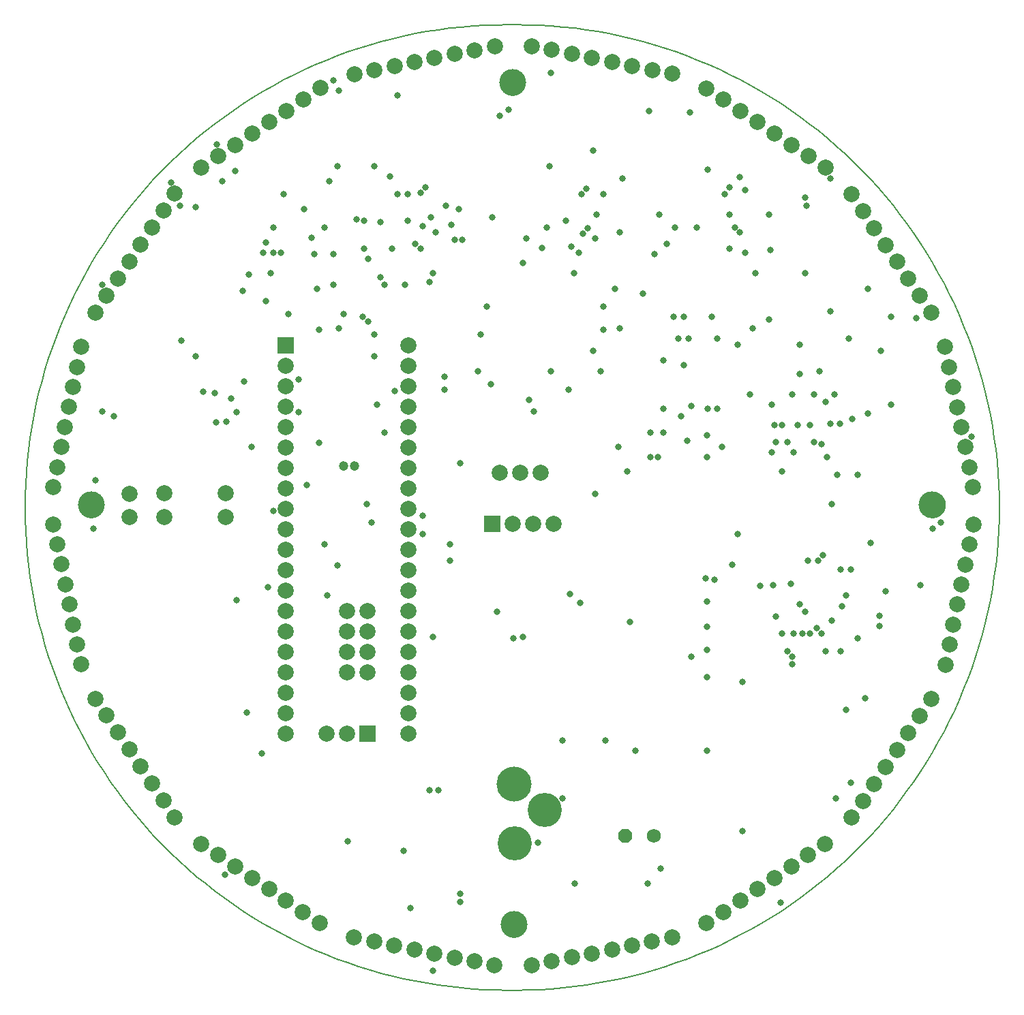
<source format=gbs>
G75*
%MOIN*%
%OFA0B0*%
%FSLAX25Y25*%
%IPPOS*%
%LPD*%
%AMOC8*
5,1,8,0,0,1.08239X$1,22.5*
%
%ADD10C,0.00600*%
%ADD11C,0.00000*%
%ADD12C,0.13098*%
%ADD13C,0.07900*%
%ADD14R,0.07900X0.07900*%
%ADD15C,0.04700*%
%ADD16OC8,0.06800*%
%ADD17C,0.06800*%
%ADD18C,0.17098*%
%ADD19C,0.16700*%
%ADD20C,0.03200*%
D10*
X0237520Y0001300D02*
X0241457Y0001300D01*
X0477677Y0237520D02*
X0477608Y0243228D01*
X0477401Y0248933D01*
X0477056Y0254631D01*
X0476574Y0260319D01*
X0475955Y0265993D01*
X0475198Y0271651D01*
X0474305Y0277289D01*
X0473276Y0282904D01*
X0472112Y0288493D01*
X0470813Y0294051D01*
X0469380Y0299577D01*
X0467814Y0305066D01*
X0466116Y0310516D01*
X0464286Y0315923D01*
X0462327Y0321285D01*
X0460238Y0326597D01*
X0458022Y0331858D01*
X0455679Y0337063D01*
X0453211Y0342211D01*
X0450619Y0347297D01*
X0447906Y0352319D01*
X0445071Y0357274D01*
X0442118Y0362159D01*
X0439048Y0366972D01*
X0435862Y0371708D01*
X0432563Y0376367D01*
X0429152Y0380944D01*
X0425632Y0385437D01*
X0422004Y0389845D01*
X0418270Y0394163D01*
X0414434Y0398390D01*
X0410496Y0402522D01*
X0406459Y0406559D01*
X0402327Y0410497D01*
X0398100Y0414333D01*
X0393782Y0418067D01*
X0389374Y0421695D01*
X0384881Y0425215D01*
X0380304Y0428626D01*
X0375645Y0431925D01*
X0370909Y0435111D01*
X0366096Y0438181D01*
X0361211Y0441134D01*
X0356256Y0443969D01*
X0351234Y0446682D01*
X0346148Y0449274D01*
X0341000Y0451742D01*
X0335795Y0454085D01*
X0330534Y0456301D01*
X0325222Y0458390D01*
X0319860Y0460349D01*
X0314453Y0462179D01*
X0309003Y0463877D01*
X0303514Y0465443D01*
X0297988Y0466876D01*
X0292430Y0468175D01*
X0286841Y0469339D01*
X0281226Y0470368D01*
X0275588Y0471261D01*
X0269930Y0472018D01*
X0264256Y0472637D01*
X0258568Y0473119D01*
X0252870Y0473464D01*
X0247165Y0473671D01*
X0241457Y0473740D01*
X0241457Y0473741D02*
X0237520Y0473741D01*
X0001300Y0237520D02*
X0001369Y0231812D01*
X0001576Y0226107D01*
X0001921Y0220409D01*
X0002403Y0214721D01*
X0003022Y0209047D01*
X0003779Y0203389D01*
X0004672Y0197751D01*
X0005701Y0192136D01*
X0006865Y0186547D01*
X0008164Y0180989D01*
X0009597Y0175463D01*
X0011163Y0169974D01*
X0012861Y0164524D01*
X0014691Y0159117D01*
X0016650Y0153755D01*
X0018739Y0148443D01*
X0020955Y0143182D01*
X0023298Y0137977D01*
X0025766Y0132829D01*
X0028358Y0127743D01*
X0031071Y0122721D01*
X0033906Y0117766D01*
X0036859Y0112881D01*
X0039929Y0108068D01*
X0043115Y0103332D01*
X0046414Y0098673D01*
X0049825Y0094096D01*
X0053345Y0089603D01*
X0056973Y0085195D01*
X0060707Y0080877D01*
X0064543Y0076650D01*
X0068481Y0072518D01*
X0072518Y0068481D01*
X0076650Y0064543D01*
X0080877Y0060707D01*
X0085195Y0056973D01*
X0089603Y0053345D01*
X0094096Y0049825D01*
X0098673Y0046414D01*
X0103332Y0043115D01*
X0108068Y0039929D01*
X0112881Y0036859D01*
X0117766Y0033906D01*
X0122721Y0031071D01*
X0127743Y0028358D01*
X0132829Y0025766D01*
X0137977Y0023298D01*
X0143182Y0020955D01*
X0148443Y0018739D01*
X0153755Y0016650D01*
X0159117Y0014691D01*
X0164524Y0012861D01*
X0169974Y0011163D01*
X0175463Y0009597D01*
X0180989Y0008164D01*
X0186547Y0006865D01*
X0192136Y0005701D01*
X0197751Y0004672D01*
X0203389Y0003779D01*
X0209047Y0003022D01*
X0214721Y0002403D01*
X0220409Y0001921D01*
X0226107Y0001576D01*
X0231812Y0001369D01*
X0237520Y0001300D01*
X0001300Y0237520D02*
X0001369Y0243228D01*
X0001576Y0248933D01*
X0001921Y0254631D01*
X0002403Y0260319D01*
X0003022Y0265993D01*
X0003779Y0271651D01*
X0004672Y0277289D01*
X0005701Y0282904D01*
X0006865Y0288493D01*
X0008164Y0294051D01*
X0009597Y0299577D01*
X0011163Y0305066D01*
X0012861Y0310516D01*
X0014691Y0315923D01*
X0016650Y0321285D01*
X0018739Y0326597D01*
X0020955Y0331858D01*
X0023298Y0337063D01*
X0025766Y0342211D01*
X0028358Y0347297D01*
X0031071Y0352319D01*
X0033906Y0357274D01*
X0036859Y0362159D01*
X0039929Y0366972D01*
X0043115Y0371708D01*
X0046414Y0376367D01*
X0049825Y0380944D01*
X0053345Y0385437D01*
X0056973Y0389845D01*
X0060707Y0394163D01*
X0064543Y0398390D01*
X0068481Y0402522D01*
X0072518Y0406559D01*
X0076650Y0410497D01*
X0080877Y0414333D01*
X0085195Y0418067D01*
X0089603Y0421695D01*
X0094096Y0425215D01*
X0098673Y0428626D01*
X0103332Y0431925D01*
X0108068Y0435111D01*
X0112881Y0438181D01*
X0117766Y0441134D01*
X0122721Y0443969D01*
X0127743Y0446682D01*
X0132829Y0449274D01*
X0137977Y0451742D01*
X0143182Y0454085D01*
X0148443Y0456301D01*
X0153755Y0458390D01*
X0159117Y0460349D01*
X0164524Y0462179D01*
X0169974Y0463877D01*
X0175463Y0465443D01*
X0180989Y0466876D01*
X0186547Y0468175D01*
X0192136Y0469339D01*
X0197751Y0470368D01*
X0203389Y0471261D01*
X0209047Y0472018D01*
X0214721Y0472637D01*
X0220409Y0473119D01*
X0226107Y0473464D01*
X0231812Y0473671D01*
X0237520Y0473740D01*
X0477677Y0237520D02*
X0477608Y0231812D01*
X0477401Y0226107D01*
X0477056Y0220409D01*
X0476574Y0214721D01*
X0475955Y0209047D01*
X0475198Y0203389D01*
X0474305Y0197751D01*
X0473276Y0192136D01*
X0472112Y0186547D01*
X0470813Y0180989D01*
X0469380Y0175463D01*
X0467814Y0169974D01*
X0466116Y0164524D01*
X0464286Y0159117D01*
X0462327Y0153755D01*
X0460238Y0148443D01*
X0458022Y0143182D01*
X0455679Y0137977D01*
X0453211Y0132829D01*
X0450619Y0127743D01*
X0447906Y0122721D01*
X0445071Y0117766D01*
X0442118Y0112881D01*
X0439048Y0108068D01*
X0435862Y0103332D01*
X0432563Y0098673D01*
X0429152Y0094096D01*
X0425632Y0089603D01*
X0422004Y0085195D01*
X0418270Y0080877D01*
X0414434Y0076650D01*
X0410496Y0072518D01*
X0406459Y0068481D01*
X0402327Y0064543D01*
X0398100Y0060707D01*
X0393782Y0056973D01*
X0389374Y0053345D01*
X0384881Y0049825D01*
X0380304Y0046414D01*
X0375645Y0043115D01*
X0370909Y0039929D01*
X0366096Y0036859D01*
X0361211Y0033906D01*
X0356256Y0031071D01*
X0351234Y0028358D01*
X0346148Y0025766D01*
X0341000Y0023298D01*
X0335795Y0020955D01*
X0330534Y0018739D01*
X0325222Y0016650D01*
X0319860Y0014691D01*
X0314453Y0012861D01*
X0309003Y0011163D01*
X0303514Y0009597D01*
X0297988Y0008164D01*
X0292430Y0006865D01*
X0286841Y0005701D01*
X0281226Y0004672D01*
X0275588Y0003779D01*
X0269930Y0003022D01*
X0264256Y0002403D01*
X0258568Y0001921D01*
X0252870Y0001576D01*
X0247165Y0001369D01*
X0241457Y0001300D01*
D11*
X0233977Y0033583D02*
X0233979Y0033741D01*
X0233985Y0033899D01*
X0233995Y0034057D01*
X0234009Y0034215D01*
X0234027Y0034372D01*
X0234048Y0034529D01*
X0234074Y0034685D01*
X0234104Y0034841D01*
X0234137Y0034996D01*
X0234175Y0035149D01*
X0234216Y0035302D01*
X0234261Y0035454D01*
X0234310Y0035605D01*
X0234363Y0035754D01*
X0234419Y0035902D01*
X0234479Y0036048D01*
X0234543Y0036193D01*
X0234611Y0036336D01*
X0234682Y0036478D01*
X0234756Y0036618D01*
X0234834Y0036755D01*
X0234916Y0036891D01*
X0235000Y0037025D01*
X0235089Y0037156D01*
X0235180Y0037285D01*
X0235275Y0037412D01*
X0235372Y0037537D01*
X0235473Y0037659D01*
X0235577Y0037778D01*
X0235684Y0037895D01*
X0235794Y0038009D01*
X0235907Y0038120D01*
X0236022Y0038229D01*
X0236140Y0038334D01*
X0236261Y0038436D01*
X0236384Y0038536D01*
X0236510Y0038632D01*
X0236638Y0038725D01*
X0236768Y0038815D01*
X0236901Y0038901D01*
X0237036Y0038985D01*
X0237172Y0039064D01*
X0237311Y0039141D01*
X0237452Y0039213D01*
X0237594Y0039283D01*
X0237738Y0039348D01*
X0237884Y0039410D01*
X0238031Y0039468D01*
X0238180Y0039523D01*
X0238330Y0039574D01*
X0238481Y0039621D01*
X0238633Y0039664D01*
X0238786Y0039703D01*
X0238941Y0039739D01*
X0239096Y0039770D01*
X0239252Y0039798D01*
X0239408Y0039822D01*
X0239565Y0039842D01*
X0239723Y0039858D01*
X0239880Y0039870D01*
X0240039Y0039878D01*
X0240197Y0039882D01*
X0240355Y0039882D01*
X0240513Y0039878D01*
X0240672Y0039870D01*
X0240829Y0039858D01*
X0240987Y0039842D01*
X0241144Y0039822D01*
X0241300Y0039798D01*
X0241456Y0039770D01*
X0241611Y0039739D01*
X0241766Y0039703D01*
X0241919Y0039664D01*
X0242071Y0039621D01*
X0242222Y0039574D01*
X0242372Y0039523D01*
X0242521Y0039468D01*
X0242668Y0039410D01*
X0242814Y0039348D01*
X0242958Y0039283D01*
X0243100Y0039213D01*
X0243241Y0039141D01*
X0243380Y0039064D01*
X0243516Y0038985D01*
X0243651Y0038901D01*
X0243784Y0038815D01*
X0243914Y0038725D01*
X0244042Y0038632D01*
X0244168Y0038536D01*
X0244291Y0038436D01*
X0244412Y0038334D01*
X0244530Y0038229D01*
X0244645Y0038120D01*
X0244758Y0038009D01*
X0244868Y0037895D01*
X0244975Y0037778D01*
X0245079Y0037659D01*
X0245180Y0037537D01*
X0245277Y0037412D01*
X0245372Y0037285D01*
X0245463Y0037156D01*
X0245552Y0037025D01*
X0245636Y0036891D01*
X0245718Y0036755D01*
X0245796Y0036618D01*
X0245870Y0036478D01*
X0245941Y0036336D01*
X0246009Y0036193D01*
X0246073Y0036048D01*
X0246133Y0035902D01*
X0246189Y0035754D01*
X0246242Y0035605D01*
X0246291Y0035454D01*
X0246336Y0035302D01*
X0246377Y0035149D01*
X0246415Y0034996D01*
X0246448Y0034841D01*
X0246478Y0034685D01*
X0246504Y0034529D01*
X0246525Y0034372D01*
X0246543Y0034215D01*
X0246557Y0034057D01*
X0246567Y0033899D01*
X0246573Y0033741D01*
X0246575Y0033583D01*
X0246573Y0033425D01*
X0246567Y0033267D01*
X0246557Y0033109D01*
X0246543Y0032951D01*
X0246525Y0032794D01*
X0246504Y0032637D01*
X0246478Y0032481D01*
X0246448Y0032325D01*
X0246415Y0032170D01*
X0246377Y0032017D01*
X0246336Y0031864D01*
X0246291Y0031712D01*
X0246242Y0031561D01*
X0246189Y0031412D01*
X0246133Y0031264D01*
X0246073Y0031118D01*
X0246009Y0030973D01*
X0245941Y0030830D01*
X0245870Y0030688D01*
X0245796Y0030548D01*
X0245718Y0030411D01*
X0245636Y0030275D01*
X0245552Y0030141D01*
X0245463Y0030010D01*
X0245372Y0029881D01*
X0245277Y0029754D01*
X0245180Y0029629D01*
X0245079Y0029507D01*
X0244975Y0029388D01*
X0244868Y0029271D01*
X0244758Y0029157D01*
X0244645Y0029046D01*
X0244530Y0028937D01*
X0244412Y0028832D01*
X0244291Y0028730D01*
X0244168Y0028630D01*
X0244042Y0028534D01*
X0243914Y0028441D01*
X0243784Y0028351D01*
X0243651Y0028265D01*
X0243516Y0028181D01*
X0243380Y0028102D01*
X0243241Y0028025D01*
X0243100Y0027953D01*
X0242958Y0027883D01*
X0242814Y0027818D01*
X0242668Y0027756D01*
X0242521Y0027698D01*
X0242372Y0027643D01*
X0242222Y0027592D01*
X0242071Y0027545D01*
X0241919Y0027502D01*
X0241766Y0027463D01*
X0241611Y0027427D01*
X0241456Y0027396D01*
X0241300Y0027368D01*
X0241144Y0027344D01*
X0240987Y0027324D01*
X0240829Y0027308D01*
X0240672Y0027296D01*
X0240513Y0027288D01*
X0240355Y0027284D01*
X0240197Y0027284D01*
X0240039Y0027288D01*
X0239880Y0027296D01*
X0239723Y0027308D01*
X0239565Y0027324D01*
X0239408Y0027344D01*
X0239252Y0027368D01*
X0239096Y0027396D01*
X0238941Y0027427D01*
X0238786Y0027463D01*
X0238633Y0027502D01*
X0238481Y0027545D01*
X0238330Y0027592D01*
X0238180Y0027643D01*
X0238031Y0027698D01*
X0237884Y0027756D01*
X0237738Y0027818D01*
X0237594Y0027883D01*
X0237452Y0027953D01*
X0237311Y0028025D01*
X0237172Y0028102D01*
X0237036Y0028181D01*
X0236901Y0028265D01*
X0236768Y0028351D01*
X0236638Y0028441D01*
X0236510Y0028534D01*
X0236384Y0028630D01*
X0236261Y0028730D01*
X0236140Y0028832D01*
X0236022Y0028937D01*
X0235907Y0029046D01*
X0235794Y0029157D01*
X0235684Y0029271D01*
X0235577Y0029388D01*
X0235473Y0029507D01*
X0235372Y0029629D01*
X0235275Y0029754D01*
X0235180Y0029881D01*
X0235089Y0030010D01*
X0235000Y0030141D01*
X0234916Y0030275D01*
X0234834Y0030411D01*
X0234756Y0030548D01*
X0234682Y0030688D01*
X0234611Y0030830D01*
X0234543Y0030973D01*
X0234479Y0031118D01*
X0234419Y0031264D01*
X0234363Y0031412D01*
X0234310Y0031561D01*
X0234261Y0031712D01*
X0234216Y0031864D01*
X0234175Y0032017D01*
X0234137Y0032170D01*
X0234104Y0032325D01*
X0234074Y0032481D01*
X0234048Y0032637D01*
X0234027Y0032794D01*
X0234009Y0032951D01*
X0233995Y0033109D01*
X0233985Y0033267D01*
X0233979Y0033425D01*
X0233977Y0033583D01*
X0027284Y0238898D02*
X0027286Y0239056D01*
X0027292Y0239214D01*
X0027302Y0239372D01*
X0027316Y0239530D01*
X0027334Y0239687D01*
X0027355Y0239844D01*
X0027381Y0240000D01*
X0027411Y0240156D01*
X0027444Y0240311D01*
X0027482Y0240464D01*
X0027523Y0240617D01*
X0027568Y0240769D01*
X0027617Y0240920D01*
X0027670Y0241069D01*
X0027726Y0241217D01*
X0027786Y0241363D01*
X0027850Y0241508D01*
X0027918Y0241651D01*
X0027989Y0241793D01*
X0028063Y0241933D01*
X0028141Y0242070D01*
X0028223Y0242206D01*
X0028307Y0242340D01*
X0028396Y0242471D01*
X0028487Y0242600D01*
X0028582Y0242727D01*
X0028679Y0242852D01*
X0028780Y0242974D01*
X0028884Y0243093D01*
X0028991Y0243210D01*
X0029101Y0243324D01*
X0029214Y0243435D01*
X0029329Y0243544D01*
X0029447Y0243649D01*
X0029568Y0243751D01*
X0029691Y0243851D01*
X0029817Y0243947D01*
X0029945Y0244040D01*
X0030075Y0244130D01*
X0030208Y0244216D01*
X0030343Y0244300D01*
X0030479Y0244379D01*
X0030618Y0244456D01*
X0030759Y0244528D01*
X0030901Y0244598D01*
X0031045Y0244663D01*
X0031191Y0244725D01*
X0031338Y0244783D01*
X0031487Y0244838D01*
X0031637Y0244889D01*
X0031788Y0244936D01*
X0031940Y0244979D01*
X0032093Y0245018D01*
X0032248Y0245054D01*
X0032403Y0245085D01*
X0032559Y0245113D01*
X0032715Y0245137D01*
X0032872Y0245157D01*
X0033030Y0245173D01*
X0033187Y0245185D01*
X0033346Y0245193D01*
X0033504Y0245197D01*
X0033662Y0245197D01*
X0033820Y0245193D01*
X0033979Y0245185D01*
X0034136Y0245173D01*
X0034294Y0245157D01*
X0034451Y0245137D01*
X0034607Y0245113D01*
X0034763Y0245085D01*
X0034918Y0245054D01*
X0035073Y0245018D01*
X0035226Y0244979D01*
X0035378Y0244936D01*
X0035529Y0244889D01*
X0035679Y0244838D01*
X0035828Y0244783D01*
X0035975Y0244725D01*
X0036121Y0244663D01*
X0036265Y0244598D01*
X0036407Y0244528D01*
X0036548Y0244456D01*
X0036687Y0244379D01*
X0036823Y0244300D01*
X0036958Y0244216D01*
X0037091Y0244130D01*
X0037221Y0244040D01*
X0037349Y0243947D01*
X0037475Y0243851D01*
X0037598Y0243751D01*
X0037719Y0243649D01*
X0037837Y0243544D01*
X0037952Y0243435D01*
X0038065Y0243324D01*
X0038175Y0243210D01*
X0038282Y0243093D01*
X0038386Y0242974D01*
X0038487Y0242852D01*
X0038584Y0242727D01*
X0038679Y0242600D01*
X0038770Y0242471D01*
X0038859Y0242340D01*
X0038943Y0242206D01*
X0039025Y0242070D01*
X0039103Y0241933D01*
X0039177Y0241793D01*
X0039248Y0241651D01*
X0039316Y0241508D01*
X0039380Y0241363D01*
X0039440Y0241217D01*
X0039496Y0241069D01*
X0039549Y0240920D01*
X0039598Y0240769D01*
X0039643Y0240617D01*
X0039684Y0240464D01*
X0039722Y0240311D01*
X0039755Y0240156D01*
X0039785Y0240000D01*
X0039811Y0239844D01*
X0039832Y0239687D01*
X0039850Y0239530D01*
X0039864Y0239372D01*
X0039874Y0239214D01*
X0039880Y0239056D01*
X0039882Y0238898D01*
X0039880Y0238740D01*
X0039874Y0238582D01*
X0039864Y0238424D01*
X0039850Y0238266D01*
X0039832Y0238109D01*
X0039811Y0237952D01*
X0039785Y0237796D01*
X0039755Y0237640D01*
X0039722Y0237485D01*
X0039684Y0237332D01*
X0039643Y0237179D01*
X0039598Y0237027D01*
X0039549Y0236876D01*
X0039496Y0236727D01*
X0039440Y0236579D01*
X0039380Y0236433D01*
X0039316Y0236288D01*
X0039248Y0236145D01*
X0039177Y0236003D01*
X0039103Y0235863D01*
X0039025Y0235726D01*
X0038943Y0235590D01*
X0038859Y0235456D01*
X0038770Y0235325D01*
X0038679Y0235196D01*
X0038584Y0235069D01*
X0038487Y0234944D01*
X0038386Y0234822D01*
X0038282Y0234703D01*
X0038175Y0234586D01*
X0038065Y0234472D01*
X0037952Y0234361D01*
X0037837Y0234252D01*
X0037719Y0234147D01*
X0037598Y0234045D01*
X0037475Y0233945D01*
X0037349Y0233849D01*
X0037221Y0233756D01*
X0037091Y0233666D01*
X0036958Y0233580D01*
X0036823Y0233496D01*
X0036687Y0233417D01*
X0036548Y0233340D01*
X0036407Y0233268D01*
X0036265Y0233198D01*
X0036121Y0233133D01*
X0035975Y0233071D01*
X0035828Y0233013D01*
X0035679Y0232958D01*
X0035529Y0232907D01*
X0035378Y0232860D01*
X0035226Y0232817D01*
X0035073Y0232778D01*
X0034918Y0232742D01*
X0034763Y0232711D01*
X0034607Y0232683D01*
X0034451Y0232659D01*
X0034294Y0232639D01*
X0034136Y0232623D01*
X0033979Y0232611D01*
X0033820Y0232603D01*
X0033662Y0232599D01*
X0033504Y0232599D01*
X0033346Y0232603D01*
X0033187Y0232611D01*
X0033030Y0232623D01*
X0032872Y0232639D01*
X0032715Y0232659D01*
X0032559Y0232683D01*
X0032403Y0232711D01*
X0032248Y0232742D01*
X0032093Y0232778D01*
X0031940Y0232817D01*
X0031788Y0232860D01*
X0031637Y0232907D01*
X0031487Y0232958D01*
X0031338Y0233013D01*
X0031191Y0233071D01*
X0031045Y0233133D01*
X0030901Y0233198D01*
X0030759Y0233268D01*
X0030618Y0233340D01*
X0030479Y0233417D01*
X0030343Y0233496D01*
X0030208Y0233580D01*
X0030075Y0233666D01*
X0029945Y0233756D01*
X0029817Y0233849D01*
X0029691Y0233945D01*
X0029568Y0234045D01*
X0029447Y0234147D01*
X0029329Y0234252D01*
X0029214Y0234361D01*
X0029101Y0234472D01*
X0028991Y0234586D01*
X0028884Y0234703D01*
X0028780Y0234822D01*
X0028679Y0234944D01*
X0028582Y0235069D01*
X0028487Y0235196D01*
X0028396Y0235325D01*
X0028307Y0235456D01*
X0028223Y0235590D01*
X0028141Y0235726D01*
X0028063Y0235863D01*
X0027989Y0236003D01*
X0027918Y0236145D01*
X0027850Y0236288D01*
X0027786Y0236433D01*
X0027726Y0236579D01*
X0027670Y0236727D01*
X0027617Y0236876D01*
X0027568Y0237027D01*
X0027523Y0237179D01*
X0027482Y0237332D01*
X0027444Y0237485D01*
X0027411Y0237640D01*
X0027381Y0237796D01*
X0027355Y0237952D01*
X0027334Y0238109D01*
X0027316Y0238266D01*
X0027302Y0238424D01*
X0027292Y0238582D01*
X0027286Y0238740D01*
X0027284Y0238898D01*
X0233288Y0445591D02*
X0233290Y0445749D01*
X0233296Y0445907D01*
X0233306Y0446065D01*
X0233320Y0446223D01*
X0233338Y0446380D01*
X0233359Y0446537D01*
X0233385Y0446693D01*
X0233415Y0446849D01*
X0233448Y0447004D01*
X0233486Y0447157D01*
X0233527Y0447310D01*
X0233572Y0447462D01*
X0233621Y0447613D01*
X0233674Y0447762D01*
X0233730Y0447910D01*
X0233790Y0448056D01*
X0233854Y0448201D01*
X0233922Y0448344D01*
X0233993Y0448486D01*
X0234067Y0448626D01*
X0234145Y0448763D01*
X0234227Y0448899D01*
X0234311Y0449033D01*
X0234400Y0449164D01*
X0234491Y0449293D01*
X0234586Y0449420D01*
X0234683Y0449545D01*
X0234784Y0449667D01*
X0234888Y0449786D01*
X0234995Y0449903D01*
X0235105Y0450017D01*
X0235218Y0450128D01*
X0235333Y0450237D01*
X0235451Y0450342D01*
X0235572Y0450444D01*
X0235695Y0450544D01*
X0235821Y0450640D01*
X0235949Y0450733D01*
X0236079Y0450823D01*
X0236212Y0450909D01*
X0236347Y0450993D01*
X0236483Y0451072D01*
X0236622Y0451149D01*
X0236763Y0451221D01*
X0236905Y0451291D01*
X0237049Y0451356D01*
X0237195Y0451418D01*
X0237342Y0451476D01*
X0237491Y0451531D01*
X0237641Y0451582D01*
X0237792Y0451629D01*
X0237944Y0451672D01*
X0238097Y0451711D01*
X0238252Y0451747D01*
X0238407Y0451778D01*
X0238563Y0451806D01*
X0238719Y0451830D01*
X0238876Y0451850D01*
X0239034Y0451866D01*
X0239191Y0451878D01*
X0239350Y0451886D01*
X0239508Y0451890D01*
X0239666Y0451890D01*
X0239824Y0451886D01*
X0239983Y0451878D01*
X0240140Y0451866D01*
X0240298Y0451850D01*
X0240455Y0451830D01*
X0240611Y0451806D01*
X0240767Y0451778D01*
X0240922Y0451747D01*
X0241077Y0451711D01*
X0241230Y0451672D01*
X0241382Y0451629D01*
X0241533Y0451582D01*
X0241683Y0451531D01*
X0241832Y0451476D01*
X0241979Y0451418D01*
X0242125Y0451356D01*
X0242269Y0451291D01*
X0242411Y0451221D01*
X0242552Y0451149D01*
X0242691Y0451072D01*
X0242827Y0450993D01*
X0242962Y0450909D01*
X0243095Y0450823D01*
X0243225Y0450733D01*
X0243353Y0450640D01*
X0243479Y0450544D01*
X0243602Y0450444D01*
X0243723Y0450342D01*
X0243841Y0450237D01*
X0243956Y0450128D01*
X0244069Y0450017D01*
X0244179Y0449903D01*
X0244286Y0449786D01*
X0244390Y0449667D01*
X0244491Y0449545D01*
X0244588Y0449420D01*
X0244683Y0449293D01*
X0244774Y0449164D01*
X0244863Y0449033D01*
X0244947Y0448899D01*
X0245029Y0448763D01*
X0245107Y0448626D01*
X0245181Y0448486D01*
X0245252Y0448344D01*
X0245320Y0448201D01*
X0245384Y0448056D01*
X0245444Y0447910D01*
X0245500Y0447762D01*
X0245553Y0447613D01*
X0245602Y0447462D01*
X0245647Y0447310D01*
X0245688Y0447157D01*
X0245726Y0447004D01*
X0245759Y0446849D01*
X0245789Y0446693D01*
X0245815Y0446537D01*
X0245836Y0446380D01*
X0245854Y0446223D01*
X0245868Y0446065D01*
X0245878Y0445907D01*
X0245884Y0445749D01*
X0245886Y0445591D01*
X0245884Y0445433D01*
X0245878Y0445275D01*
X0245868Y0445117D01*
X0245854Y0444959D01*
X0245836Y0444802D01*
X0245815Y0444645D01*
X0245789Y0444489D01*
X0245759Y0444333D01*
X0245726Y0444178D01*
X0245688Y0444025D01*
X0245647Y0443872D01*
X0245602Y0443720D01*
X0245553Y0443569D01*
X0245500Y0443420D01*
X0245444Y0443272D01*
X0245384Y0443126D01*
X0245320Y0442981D01*
X0245252Y0442838D01*
X0245181Y0442696D01*
X0245107Y0442556D01*
X0245029Y0442419D01*
X0244947Y0442283D01*
X0244863Y0442149D01*
X0244774Y0442018D01*
X0244683Y0441889D01*
X0244588Y0441762D01*
X0244491Y0441637D01*
X0244390Y0441515D01*
X0244286Y0441396D01*
X0244179Y0441279D01*
X0244069Y0441165D01*
X0243956Y0441054D01*
X0243841Y0440945D01*
X0243723Y0440840D01*
X0243602Y0440738D01*
X0243479Y0440638D01*
X0243353Y0440542D01*
X0243225Y0440449D01*
X0243095Y0440359D01*
X0242962Y0440273D01*
X0242827Y0440189D01*
X0242691Y0440110D01*
X0242552Y0440033D01*
X0242411Y0439961D01*
X0242269Y0439891D01*
X0242125Y0439826D01*
X0241979Y0439764D01*
X0241832Y0439706D01*
X0241683Y0439651D01*
X0241533Y0439600D01*
X0241382Y0439553D01*
X0241230Y0439510D01*
X0241077Y0439471D01*
X0240922Y0439435D01*
X0240767Y0439404D01*
X0240611Y0439376D01*
X0240455Y0439352D01*
X0240298Y0439332D01*
X0240140Y0439316D01*
X0239983Y0439304D01*
X0239824Y0439296D01*
X0239666Y0439292D01*
X0239508Y0439292D01*
X0239350Y0439296D01*
X0239191Y0439304D01*
X0239034Y0439316D01*
X0238876Y0439332D01*
X0238719Y0439352D01*
X0238563Y0439376D01*
X0238407Y0439404D01*
X0238252Y0439435D01*
X0238097Y0439471D01*
X0237944Y0439510D01*
X0237792Y0439553D01*
X0237641Y0439600D01*
X0237491Y0439651D01*
X0237342Y0439706D01*
X0237195Y0439764D01*
X0237049Y0439826D01*
X0236905Y0439891D01*
X0236763Y0439961D01*
X0236622Y0440033D01*
X0236483Y0440110D01*
X0236347Y0440189D01*
X0236212Y0440273D01*
X0236079Y0440359D01*
X0235949Y0440449D01*
X0235821Y0440542D01*
X0235695Y0440638D01*
X0235572Y0440738D01*
X0235451Y0440840D01*
X0235333Y0440945D01*
X0235218Y0441054D01*
X0235105Y0441165D01*
X0234995Y0441279D01*
X0234888Y0441396D01*
X0234784Y0441515D01*
X0234683Y0441637D01*
X0234586Y0441762D01*
X0234491Y0441889D01*
X0234400Y0442018D01*
X0234311Y0442149D01*
X0234227Y0442283D01*
X0234145Y0442419D01*
X0234067Y0442556D01*
X0233993Y0442696D01*
X0233922Y0442838D01*
X0233854Y0442981D01*
X0233790Y0443126D01*
X0233730Y0443272D01*
X0233674Y0443420D01*
X0233621Y0443569D01*
X0233572Y0443720D01*
X0233527Y0443872D01*
X0233486Y0444025D01*
X0233448Y0444178D01*
X0233415Y0444333D01*
X0233385Y0444489D01*
X0233359Y0444645D01*
X0233338Y0444802D01*
X0233320Y0444959D01*
X0233306Y0445117D01*
X0233296Y0445275D01*
X0233290Y0445433D01*
X0233288Y0445591D01*
X0438603Y0238898D02*
X0438605Y0239056D01*
X0438611Y0239214D01*
X0438621Y0239372D01*
X0438635Y0239530D01*
X0438653Y0239687D01*
X0438674Y0239844D01*
X0438700Y0240000D01*
X0438730Y0240156D01*
X0438763Y0240311D01*
X0438801Y0240464D01*
X0438842Y0240617D01*
X0438887Y0240769D01*
X0438936Y0240920D01*
X0438989Y0241069D01*
X0439045Y0241217D01*
X0439105Y0241363D01*
X0439169Y0241508D01*
X0439237Y0241651D01*
X0439308Y0241793D01*
X0439382Y0241933D01*
X0439460Y0242070D01*
X0439542Y0242206D01*
X0439626Y0242340D01*
X0439715Y0242471D01*
X0439806Y0242600D01*
X0439901Y0242727D01*
X0439998Y0242852D01*
X0440099Y0242974D01*
X0440203Y0243093D01*
X0440310Y0243210D01*
X0440420Y0243324D01*
X0440533Y0243435D01*
X0440648Y0243544D01*
X0440766Y0243649D01*
X0440887Y0243751D01*
X0441010Y0243851D01*
X0441136Y0243947D01*
X0441264Y0244040D01*
X0441394Y0244130D01*
X0441527Y0244216D01*
X0441662Y0244300D01*
X0441798Y0244379D01*
X0441937Y0244456D01*
X0442078Y0244528D01*
X0442220Y0244598D01*
X0442364Y0244663D01*
X0442510Y0244725D01*
X0442657Y0244783D01*
X0442806Y0244838D01*
X0442956Y0244889D01*
X0443107Y0244936D01*
X0443259Y0244979D01*
X0443412Y0245018D01*
X0443567Y0245054D01*
X0443722Y0245085D01*
X0443878Y0245113D01*
X0444034Y0245137D01*
X0444191Y0245157D01*
X0444349Y0245173D01*
X0444506Y0245185D01*
X0444665Y0245193D01*
X0444823Y0245197D01*
X0444981Y0245197D01*
X0445139Y0245193D01*
X0445298Y0245185D01*
X0445455Y0245173D01*
X0445613Y0245157D01*
X0445770Y0245137D01*
X0445926Y0245113D01*
X0446082Y0245085D01*
X0446237Y0245054D01*
X0446392Y0245018D01*
X0446545Y0244979D01*
X0446697Y0244936D01*
X0446848Y0244889D01*
X0446998Y0244838D01*
X0447147Y0244783D01*
X0447294Y0244725D01*
X0447440Y0244663D01*
X0447584Y0244598D01*
X0447726Y0244528D01*
X0447867Y0244456D01*
X0448006Y0244379D01*
X0448142Y0244300D01*
X0448277Y0244216D01*
X0448410Y0244130D01*
X0448540Y0244040D01*
X0448668Y0243947D01*
X0448794Y0243851D01*
X0448917Y0243751D01*
X0449038Y0243649D01*
X0449156Y0243544D01*
X0449271Y0243435D01*
X0449384Y0243324D01*
X0449494Y0243210D01*
X0449601Y0243093D01*
X0449705Y0242974D01*
X0449806Y0242852D01*
X0449903Y0242727D01*
X0449998Y0242600D01*
X0450089Y0242471D01*
X0450178Y0242340D01*
X0450262Y0242206D01*
X0450344Y0242070D01*
X0450422Y0241933D01*
X0450496Y0241793D01*
X0450567Y0241651D01*
X0450635Y0241508D01*
X0450699Y0241363D01*
X0450759Y0241217D01*
X0450815Y0241069D01*
X0450868Y0240920D01*
X0450917Y0240769D01*
X0450962Y0240617D01*
X0451003Y0240464D01*
X0451041Y0240311D01*
X0451074Y0240156D01*
X0451104Y0240000D01*
X0451130Y0239844D01*
X0451151Y0239687D01*
X0451169Y0239530D01*
X0451183Y0239372D01*
X0451193Y0239214D01*
X0451199Y0239056D01*
X0451201Y0238898D01*
X0451199Y0238740D01*
X0451193Y0238582D01*
X0451183Y0238424D01*
X0451169Y0238266D01*
X0451151Y0238109D01*
X0451130Y0237952D01*
X0451104Y0237796D01*
X0451074Y0237640D01*
X0451041Y0237485D01*
X0451003Y0237332D01*
X0450962Y0237179D01*
X0450917Y0237027D01*
X0450868Y0236876D01*
X0450815Y0236727D01*
X0450759Y0236579D01*
X0450699Y0236433D01*
X0450635Y0236288D01*
X0450567Y0236145D01*
X0450496Y0236003D01*
X0450422Y0235863D01*
X0450344Y0235726D01*
X0450262Y0235590D01*
X0450178Y0235456D01*
X0450089Y0235325D01*
X0449998Y0235196D01*
X0449903Y0235069D01*
X0449806Y0234944D01*
X0449705Y0234822D01*
X0449601Y0234703D01*
X0449494Y0234586D01*
X0449384Y0234472D01*
X0449271Y0234361D01*
X0449156Y0234252D01*
X0449038Y0234147D01*
X0448917Y0234045D01*
X0448794Y0233945D01*
X0448668Y0233849D01*
X0448540Y0233756D01*
X0448410Y0233666D01*
X0448277Y0233580D01*
X0448142Y0233496D01*
X0448006Y0233417D01*
X0447867Y0233340D01*
X0447726Y0233268D01*
X0447584Y0233198D01*
X0447440Y0233133D01*
X0447294Y0233071D01*
X0447147Y0233013D01*
X0446998Y0232958D01*
X0446848Y0232907D01*
X0446697Y0232860D01*
X0446545Y0232817D01*
X0446392Y0232778D01*
X0446237Y0232742D01*
X0446082Y0232711D01*
X0445926Y0232683D01*
X0445770Y0232659D01*
X0445613Y0232639D01*
X0445455Y0232623D01*
X0445298Y0232611D01*
X0445139Y0232603D01*
X0444981Y0232599D01*
X0444823Y0232599D01*
X0444665Y0232603D01*
X0444506Y0232611D01*
X0444349Y0232623D01*
X0444191Y0232639D01*
X0444034Y0232659D01*
X0443878Y0232683D01*
X0443722Y0232711D01*
X0443567Y0232742D01*
X0443412Y0232778D01*
X0443259Y0232817D01*
X0443107Y0232860D01*
X0442956Y0232907D01*
X0442806Y0232958D01*
X0442657Y0233013D01*
X0442510Y0233071D01*
X0442364Y0233133D01*
X0442220Y0233198D01*
X0442078Y0233268D01*
X0441937Y0233340D01*
X0441798Y0233417D01*
X0441662Y0233496D01*
X0441527Y0233580D01*
X0441394Y0233666D01*
X0441264Y0233756D01*
X0441136Y0233849D01*
X0441010Y0233945D01*
X0440887Y0234045D01*
X0440766Y0234147D01*
X0440648Y0234252D01*
X0440533Y0234361D01*
X0440420Y0234472D01*
X0440310Y0234586D01*
X0440203Y0234703D01*
X0440099Y0234822D01*
X0439998Y0234944D01*
X0439901Y0235069D01*
X0439806Y0235196D01*
X0439715Y0235325D01*
X0439626Y0235456D01*
X0439542Y0235590D01*
X0439460Y0235726D01*
X0439382Y0235863D01*
X0439308Y0236003D01*
X0439237Y0236145D01*
X0439169Y0236288D01*
X0439105Y0236433D01*
X0439045Y0236579D01*
X0438989Y0236727D01*
X0438936Y0236876D01*
X0438887Y0237027D01*
X0438842Y0237179D01*
X0438801Y0237332D01*
X0438763Y0237485D01*
X0438730Y0237640D01*
X0438700Y0237796D01*
X0438674Y0237952D01*
X0438653Y0238109D01*
X0438635Y0238266D01*
X0438621Y0238424D01*
X0438611Y0238582D01*
X0438605Y0238740D01*
X0438603Y0238898D01*
D12*
X0444902Y0238898D03*
X0240276Y0033583D03*
X0033583Y0238898D03*
X0239587Y0445591D03*
D13*
X0074569Y0085822D03*
X0069006Y0094132D03*
X0063443Y0102441D03*
X0057880Y0110751D03*
X0052317Y0119061D03*
X0046755Y0127371D03*
X0041192Y0135681D03*
X0035629Y0143991D03*
X0028788Y0160689D03*
X0026828Y0170495D03*
X0024869Y0180301D03*
X0022910Y0190107D03*
X0020950Y0199913D03*
X0018991Y0209719D03*
X0017031Y0219526D03*
X0015072Y0229332D03*
X0015033Y0247450D03*
X0016976Y0257259D03*
X0018918Y0267069D03*
X0020861Y0276878D03*
X0022803Y0286688D03*
X0024745Y0296497D03*
X0026688Y0306307D03*
X0028630Y0316116D03*
X0035679Y0332814D03*
X0041228Y0341134D03*
X0046776Y0349453D03*
X0052325Y0357773D03*
X0057873Y0366092D03*
X0063422Y0374412D03*
X0068970Y0382731D03*
X0074518Y0391051D03*
X0087430Y0403784D03*
X0095740Y0409347D03*
X0104050Y0414910D03*
X0112360Y0420473D03*
X0120670Y0426036D03*
X0128979Y0431599D03*
X0137289Y0437162D03*
X0145599Y0442724D03*
X0162297Y0449565D03*
X0172103Y0451525D03*
X0181909Y0453484D03*
X0191716Y0455444D03*
X0201522Y0457403D03*
X0211328Y0459362D03*
X0221134Y0461322D03*
X0230940Y0463281D03*
X0249058Y0463320D03*
X0258867Y0461377D03*
X0268677Y0459435D03*
X0278487Y0457493D03*
X0288296Y0455550D03*
X0298106Y0453608D03*
X0307915Y0451666D03*
X0317725Y0449723D03*
X0334425Y0442667D03*
X0342745Y0437119D03*
X0351064Y0431570D03*
X0359384Y0426022D03*
X0367703Y0420473D03*
X0376023Y0414925D03*
X0384343Y0409376D03*
X0392662Y0403828D03*
X0405400Y0390916D03*
X0410963Y0382607D03*
X0416526Y0374297D03*
X0422089Y0365987D03*
X0427652Y0357677D03*
X0433215Y0349367D03*
X0438778Y0341057D03*
X0444341Y0332748D03*
X0451181Y0316049D03*
X0453141Y0306243D03*
X0455100Y0296437D03*
X0457060Y0286631D03*
X0459019Y0276825D03*
X0460979Y0267019D03*
X0462938Y0257213D03*
X0464898Y0247406D03*
X0464936Y0229289D03*
X0462994Y0219479D03*
X0461051Y0209670D03*
X0459109Y0199860D03*
X0457166Y0190050D03*
X0455224Y0180241D03*
X0453282Y0170431D03*
X0451339Y0160622D03*
X0444283Y0143921D03*
X0438735Y0135602D03*
X0433186Y0127282D03*
X0427638Y0118963D03*
X0422090Y0110643D03*
X0416541Y0102324D03*
X0410993Y0094004D03*
X0405444Y0085685D03*
X0392532Y0072955D03*
X0384223Y0067392D03*
X0375913Y0061829D03*
X0367603Y0056266D03*
X0359293Y0050703D03*
X0350983Y0045140D03*
X0342673Y0039577D03*
X0334364Y0034014D03*
X0317666Y0027173D03*
X0307860Y0025213D03*
X0298054Y0023254D03*
X0288248Y0021295D03*
X0278442Y0019335D03*
X0268636Y0017376D03*
X0258829Y0015416D03*
X0249023Y0013457D03*
X0230906Y0013418D03*
X0221096Y0015361D03*
X0211286Y0017303D03*
X0201477Y0019245D03*
X0191667Y0021188D03*
X0181858Y0023130D03*
X0172048Y0025073D03*
X0162239Y0027015D03*
X0145538Y0034071D03*
X0137219Y0039619D03*
X0128899Y0045168D03*
X0120580Y0050716D03*
X0112260Y0056265D03*
X0103941Y0061813D03*
X0095621Y0067362D03*
X0087301Y0072910D03*
X0128780Y0126772D03*
X0128780Y0136772D03*
X0128780Y0146772D03*
X0128780Y0156772D03*
X0128780Y0166772D03*
X0128780Y0176772D03*
X0128780Y0186772D03*
X0128780Y0196772D03*
X0128780Y0206772D03*
X0128780Y0216772D03*
X0128780Y0226772D03*
X0128780Y0236772D03*
X0128780Y0246772D03*
X0128780Y0256772D03*
X0128780Y0266772D03*
X0128780Y0276772D03*
X0128780Y0286772D03*
X0128780Y0296772D03*
X0128780Y0306772D03*
X0188780Y0306772D03*
X0188780Y0296772D03*
X0188780Y0286772D03*
X0188780Y0276772D03*
X0188780Y0266772D03*
X0188780Y0256772D03*
X0188780Y0246772D03*
X0188780Y0236772D03*
X0188780Y0226772D03*
X0188780Y0216772D03*
X0188780Y0206772D03*
X0188780Y0196772D03*
X0188780Y0186772D03*
X0188780Y0176772D03*
X0188780Y0166772D03*
X0188780Y0156772D03*
X0188780Y0146772D03*
X0188780Y0136772D03*
X0188780Y0126772D03*
X0158780Y0126772D03*
X0148780Y0126772D03*
X0158780Y0156772D03*
X0168780Y0156772D03*
X0168780Y0166772D03*
X0158780Y0166772D03*
X0158780Y0176772D03*
X0168780Y0176772D03*
X0168780Y0186772D03*
X0158780Y0186772D03*
X0099469Y0232894D03*
X0099469Y0244509D03*
X0069469Y0244509D03*
X0069469Y0232894D03*
X0052481Y0232883D03*
X0052481Y0244283D03*
X0188780Y0316772D03*
X0233564Y0254646D03*
X0243564Y0254646D03*
X0253564Y0254646D03*
X0249646Y0229646D03*
X0239646Y0229646D03*
X0259646Y0229646D03*
D14*
X0229646Y0229646D03*
X0128780Y0316772D03*
X0168780Y0126772D03*
D15*
X0162380Y0257772D03*
X0157180Y0257772D03*
D16*
X0294792Y0076694D03*
D17*
X0308792Y0076694D03*
D18*
X0240503Y0102098D03*
D19*
X0255312Y0089587D03*
X0240603Y0073276D03*
D20*
X0252107Y0073416D03*
X0270232Y0053416D03*
X0305857Y0053416D03*
X0312107Y0060916D03*
X0352107Y0079041D03*
X0370857Y0044041D03*
X0397732Y0095291D03*
X0405232Y0102791D03*
X0402732Y0138416D03*
X0412107Y0144041D03*
X0400232Y0167166D03*
X0392732Y0167166D03*
X0390857Y0175916D03*
X0388357Y0178416D03*
X0385232Y0175916D03*
X0381482Y0175916D03*
X0377107Y0175916D03*
X0371482Y0175916D03*
X0368357Y0184041D03*
X0380232Y0190291D03*
X0382732Y0186541D03*
X0395857Y0182166D03*
X0400857Y0189041D03*
X0402732Y0194666D03*
X0400232Y0207166D03*
X0405232Y0207166D03*
X0391482Y0214041D03*
X0388982Y0211541D03*
X0383982Y0211541D03*
X0375857Y0200291D03*
X0367107Y0199666D03*
X0360857Y0199041D03*
X0347107Y0209666D03*
X0338357Y0202166D03*
X0333982Y0202791D03*
X0334607Y0191541D03*
X0334607Y0179041D03*
X0334607Y0167791D03*
X0327107Y0164666D03*
X0334607Y0154666D03*
X0352107Y0152166D03*
X0376482Y0160916D03*
X0376482Y0164666D03*
X0373982Y0167166D03*
X0408357Y0173416D03*
X0418982Y0179666D03*
X0418982Y0184666D03*
X0422107Y0196541D03*
X0438982Y0199666D03*
X0445232Y0227166D03*
X0448982Y0230291D03*
X0414607Y0220291D03*
X0395857Y0239041D03*
X0398357Y0253416D03*
X0408357Y0253416D03*
X0393357Y0262166D03*
X0390857Y0268416D03*
X0387107Y0269666D03*
X0385232Y0277791D03*
X0378982Y0277791D03*
X0371482Y0277791D03*
X0367732Y0277791D03*
X0368357Y0269666D03*
X0366482Y0264666D03*
X0373982Y0269666D03*
X0377107Y0264666D03*
X0371482Y0255291D03*
X0395232Y0278416D03*
X0399607Y0278416D03*
X0405857Y0280916D03*
X0413357Y0283416D03*
X0424607Y0287791D03*
X0419607Y0314041D03*
X0403982Y0320291D03*
X0395232Y0333416D03*
X0413357Y0344666D03*
X0424607Y0330916D03*
X0437107Y0330291D03*
X0397107Y0292791D03*
X0392732Y0289041D03*
X0387107Y0292791D03*
X0376482Y0292791D03*
X0380232Y0302791D03*
X0389607Y0304041D03*
X0380232Y0317166D03*
X0365232Y0329666D03*
X0357107Y0325291D03*
X0349607Y0317166D03*
X0339607Y0320291D03*
X0337107Y0330916D03*
X0325857Y0320291D03*
X0320857Y0320291D03*
X0318357Y0330916D03*
X0323357Y0330916D03*
X0303357Y0342166D03*
X0289607Y0344666D03*
X0283982Y0335916D03*
X0283982Y0324666D03*
X0292107Y0325291D03*
X0278982Y0314041D03*
X0282732Y0304041D03*
X0267107Y0295291D03*
X0258357Y0304041D03*
X0247732Y0290291D03*
X0250232Y0284666D03*
X0228982Y0297791D03*
X0222732Y0304041D03*
X0206482Y0301541D03*
X0206482Y0295291D03*
X0182107Y0294666D03*
X0173357Y0287791D03*
X0177107Y0274041D03*
X0145232Y0269041D03*
X0135232Y0284041D03*
X0135232Y0300291D03*
X0145232Y0324666D03*
X0154607Y0325291D03*
X0157107Y0332166D03*
X0166482Y0330916D03*
X0168982Y0328416D03*
X0172107Y0322166D03*
X0172107Y0311541D03*
X0177107Y0346541D03*
X0175232Y0350291D03*
X0168982Y0359041D03*
X0167107Y0364041D03*
X0180857Y0364041D03*
X0192107Y0366541D03*
X0194607Y0364041D03*
X0202107Y0372166D03*
X0199607Y0379666D03*
X0195857Y0375291D03*
X0188357Y0377791D03*
X0188357Y0390916D03*
X0183357Y0390916D03*
X0179607Y0399666D03*
X0172107Y0404666D03*
X0153982Y0404666D03*
X0150232Y0397166D03*
X0137732Y0383416D03*
X0127732Y0390916D03*
X0122732Y0374666D03*
X0118982Y0367166D03*
X0117732Y0362166D03*
X0122732Y0362166D03*
X0126482Y0362166D03*
X0121482Y0352166D03*
X0110857Y0351541D03*
X0107732Y0343416D03*
X0118982Y0338416D03*
X0130232Y0332166D03*
X0143982Y0344666D03*
X0152107Y0346541D03*
X0152107Y0361541D03*
X0142732Y0361541D03*
X0141482Y0369666D03*
X0147732Y0374666D03*
X0163357Y0378416D03*
X0167107Y0377791D03*
X0175232Y0377166D03*
X0194607Y0391541D03*
X0197107Y0394041D03*
X0207107Y0385291D03*
X0213357Y0383416D03*
X0209607Y0375916D03*
X0211482Y0368416D03*
X0215232Y0368416D03*
X0229607Y0379666D03*
X0246482Y0369041D03*
X0253982Y0364666D03*
X0256482Y0374666D03*
X0265857Y0377791D03*
X0273982Y0371541D03*
X0276482Y0374041D03*
X0280232Y0369041D03*
X0272107Y0362166D03*
X0268357Y0365291D03*
X0269607Y0352166D03*
X0292107Y0372166D03*
X0280857Y0380916D03*
X0283982Y0390916D03*
X0275857Y0393416D03*
X0273357Y0390916D03*
X0257732Y0404666D03*
X0278982Y0412166D03*
X0293357Y0398416D03*
X0311482Y0380916D03*
X0318982Y0374666D03*
X0315232Y0366541D03*
X0308982Y0361541D03*
X0329607Y0374666D03*
X0345857Y0380916D03*
X0348357Y0374666D03*
X0350857Y0372166D03*
X0345857Y0364041D03*
X0353357Y0362166D03*
X0358357Y0352166D03*
X0365857Y0363416D03*
X0382732Y0352166D03*
X0365232Y0380916D03*
X0353357Y0392791D03*
X0345857Y0394041D03*
X0343357Y0390916D03*
X0350857Y0399041D03*
X0335232Y0402791D03*
X0326482Y0430916D03*
X0306482Y0431541D03*
X0258357Y0450291D03*
X0237732Y0432166D03*
X0233357Y0429041D03*
X0183357Y0439041D03*
X0154607Y0441541D03*
X0152107Y0446541D03*
X0103982Y0402166D03*
X0097732Y0397166D03*
X0084607Y0384666D03*
X0077107Y0385291D03*
X0072732Y0396541D03*
X0095232Y0415291D03*
X0038982Y0346541D03*
X0077732Y0319041D03*
X0084607Y0311541D03*
X0088357Y0294041D03*
X0093982Y0293416D03*
X0102107Y0290916D03*
X0108357Y0299041D03*
X0104607Y0284041D03*
X0099607Y0279666D03*
X0094607Y0279041D03*
X0112107Y0267166D03*
X0138982Y0248416D03*
X0122732Y0235916D03*
X0147732Y0219666D03*
X0153982Y0209041D03*
X0148982Y0194666D03*
X0120232Y0198416D03*
X0104607Y0192166D03*
X0109607Y0137166D03*
X0117107Y0117166D03*
X0158982Y0074041D03*
X0186482Y0069666D03*
X0189607Y0041541D03*
X0213982Y0044666D03*
X0213982Y0048416D03*
X0200857Y0010916D03*
X0198982Y0099041D03*
X0203357Y0099041D03*
X0263982Y0095291D03*
X0263982Y0123416D03*
X0285232Y0123416D03*
X0299607Y0118416D03*
X0334607Y0118416D03*
X0297107Y0181541D03*
X0272732Y0190916D03*
X0267732Y0195291D03*
X0244607Y0174041D03*
X0240232Y0173416D03*
X0232107Y0186541D03*
X0208982Y0211541D03*
X0208982Y0219666D03*
X0195857Y0224666D03*
X0195857Y0233416D03*
X0170857Y0230291D03*
X0168357Y0239041D03*
X0213982Y0259041D03*
X0223982Y0322166D03*
X0227107Y0335916D03*
X0244607Y0357166D03*
X0200857Y0352166D03*
X0198982Y0347791D03*
X0187107Y0346541D03*
X0291482Y0267166D03*
X0295857Y0255291D03*
X0307107Y0262166D03*
X0310857Y0262166D03*
X0313357Y0274041D03*
X0307107Y0274041D03*
X0313357Y0285916D03*
X0322107Y0282166D03*
X0327107Y0287166D03*
X0335232Y0285916D03*
X0339607Y0285916D03*
X0334607Y0272791D03*
X0342107Y0267166D03*
X0334607Y0262166D03*
X0325232Y0270291D03*
X0355857Y0292791D03*
X0366482Y0287791D03*
X0323357Y0307166D03*
X0313357Y0309666D03*
X0280232Y0244041D03*
X0349607Y0224666D03*
X0463982Y0272166D03*
X0383357Y0385291D03*
X0382732Y0389041D03*
X0395232Y0398416D03*
X0200857Y0174041D03*
X0098982Y0057791D03*
X0034607Y0227166D03*
X0035857Y0250916D03*
X0044607Y0282166D03*
X0038982Y0284666D03*
M02*

</source>
